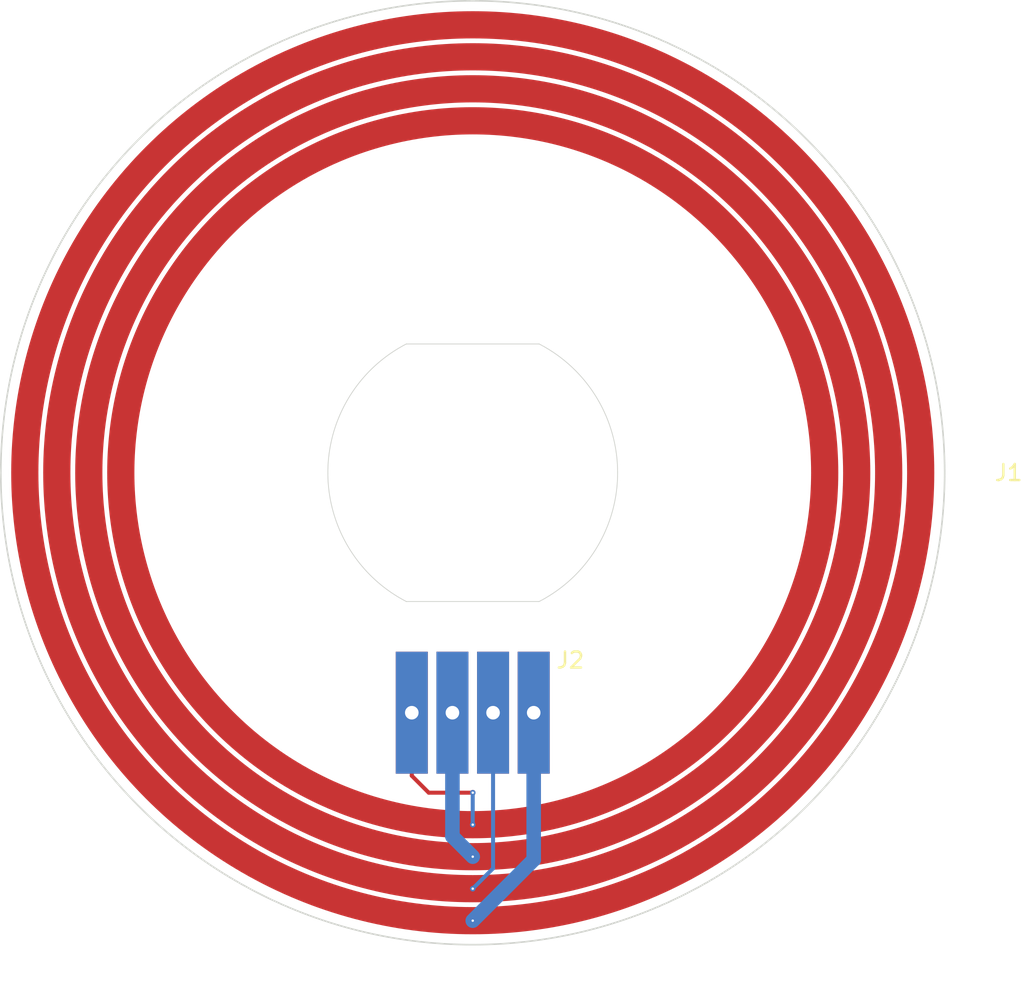
<source format=kicad_pcb>
(kicad_pcb (version 20240108) (generator "pcbnew") (generator_version "8.0")
  (layers (0 "F.Cu" signal) (31 "B.Cu" signal) (34 "B.Paste" user) (35 "F.Paste" user) (36 "B.SilkS" user "B.Silkscreen") (37 "F.SilkS" user "F.Silkscreen") (38 "B.Mask" user) (39 "F.Mask" user) (44 "Edge.Cuts" user))
  (net 0 "")
  (net 1 "SDA")
  (net 2 "GND")
  (net 3 "SCL")
  (net 4 "+5V")
  (footprint "1 Zeke:4x 0.1 SMT pad" (layer "F.Cu") (at 154.13 98.7 90)
    (property "Reference" "J2" (at 3.28 2.29 0) (layer "F.SilkS"))
    (property "Value" "Conn_01x04_Pin")
    (pad "1" thru_hole rect (at 0 -7.62 90) (size 7.62 2) (drill 0.85) (layers "*.Cu" "*.Mask") (net 1 "SDA"))
    (pad "2" thru_hole rect (at 0 -5.08 90) (size 7.62 2) (drill 0.85) (layers "*.Cu" "*.Mask") (net 2 "GND"))
    (pad "3" thru_hole rect (at 0 -2.54 90) (size 7.62 2) (drill 0.85) (layers "*.Cu" "*.Mask") (net 3 "SCL"))
    (pad "4" thru_hole rect (at 0 0 90) (size 7.62 2) (drill 0.85) (layers "*.Cu" "*.Mask") (net 4 "+5V"))
  )
  (footprint "1 Zeke:Circle board" (layer "F.Cu") (at 150.32 83.7)
    (property "Reference" "J1" (at 33.5 0 0) (layer "F.SilkS") (effects (font (thickness 0.15) (bold yes))))
    (property "Value" "Conn_01x04_Socket")
    (fp_circle (center 0 0) (end 22 0) (stroke (width 1.7)) (fill none) (layer "F.Cu"))
    (fp_circle (center 0 0) (end 24 0) (stroke (width 1.7)) (fill none) (layer "F.Cu"))
    (fp_circle (center 0 0) (end 26 0) (stroke (width 1.7)) (fill none) (layer "F.Cu"))
    (fp_circle (center 0 0) (end 28 0) (stroke (width 1.7)) (fill none) (layer "F.Cu"))
    (fp_line (start -4.15 -8.05) (end 4.15 -8.05) (stroke (width 0.05)) (layer "Edge.Cuts"))
    (fp_line (start -4.15 8.05) (end 4.15 8.05) (stroke (width 0.05)) (layer "Edge.Cuts"))
    (fp_arc (start -4.15 8.05) (mid -9.056765 0) (end -4.15 -8.05) (stroke (width 0.05)) (layer "Edge.Cuts"))
    (fp_arc (start 4.15 -8.05) (mid 9.056765 0) (end 4.15 8.05) (stroke (width 0.05)) (layer "Edge.Cuts"))
    (pad "1" thru_hole circle (at 0 22) (size 0.35 0.35) (drill 0.15) (layers "*.Cu" "*.Mask") (net 1 "SDA"))
    (pad "2" thru_hole circle (at 0 24) (size 0.35 0.35) (drill 0.15) (layers "*.Cu" "*.Mask") (net 2 "GND"))
    (pad "3" thru_hole circle (at 0 26) (size 0.35 0.35) (drill 0.15) (layers "*.Cu" "*.Mask") (net 3 "SCL"))
    (pad "4" thru_hole circle (at 0 28) (size 0.35 0.35) (drill 0.15) (layers "*.Cu" "*.Mask") (net 4 "+5V"))
  )
  (gr_circle (center 150.32 83.7) (end 179.82 83.7) (stroke (width 0.1)) (fill none) (layer "Edge.Cuts"))
  (segment (start 147.568756 103.7) (end 150.32 103.7) (width 0.25) (layer "F.Cu") (net 1))
  (segment (start 146.51 102.641244) (end 147.568756 103.7) (width 0.25) (layer "F.Cu") (net 1))
  (segment (start 146.51 98.7) (end 146.51 102.641244) (width 0.25) (layer "F.Cu") (net 1))
  (via (at 150.32 103.7) (size 0.35) (drill 0.15) (layers "F.Cu" "B.Cu") (net 1))
  (segment (start 150.32 105.7) (end 150.32 103.7) (width 0.25) (layer "B.Cu") (net 1))
  (segment (start 149.05 106.43) (end 150.32 107.7) (width 0.91) (layer "B.Cu") (net 2))
  (segment (start 149.05 98.7) (end 149.05 106.43) (width 0.91) (layer "B.Cu") (net 2))
  (segment (start 151.59 98.7) (end 151.59 108.43) (width 0.25) (layer "B.Cu") (net 3))
  (segment (start 151.59 108.43) (end 150.32 109.7) (width 0.25) (layer "B.Cu") (net 3))
  (segment (start 154.13 107.89) (end 150.32 111.7) (width 0.91) (layer "B.Cu") (net 4))
  (segment (start 154.13 98.7) (end 154.13 107.89) (width 0.91) (layer "B.Cu") (net 4))
)
</source>
